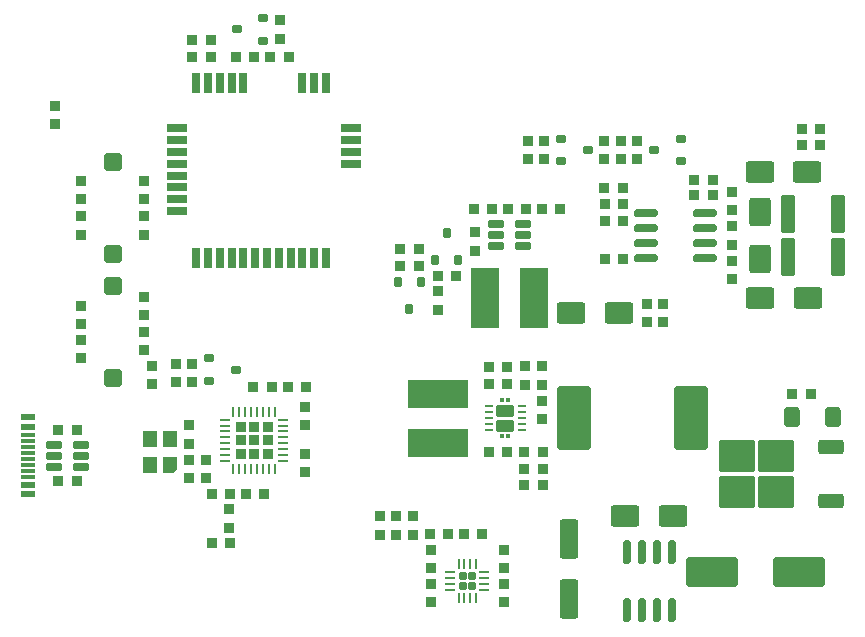
<source format=gtp>
G04 #@! TF.GenerationSoftware,KiCad,Pcbnew,8.0.2-8.0.2-0~ubuntu23.10.1*
G04 #@! TF.CreationDate,2024-05-23T15:40:16+07:00*
G04 #@! TF.ProjectId,Node_RS485,4e6f6465-5f52-4533-9438-352e6b696361,rev?*
G04 #@! TF.SameCoordinates,Original*
G04 #@! TF.FileFunction,Paste,Top*
G04 #@! TF.FilePolarity,Positive*
%FSLAX46Y46*%
G04 Gerber Fmt 4.6, Leading zero omitted, Abs format (unit mm)*
G04 Created by KiCad (PCBNEW 8.0.2-8.0.2-0~ubuntu23.10.1) date 2024-05-23 15:40:16*
%MOMM*%
%LPD*%
G01*
G04 APERTURE LIST*
G04 Aperture macros list*
%AMRoundRect*
0 Rectangle with rounded corners*
0 $1 Rounding radius*
0 $2 $3 $4 $5 $6 $7 $8 $9 X,Y pos of 4 corners*
0 Add a 4 corners polygon primitive as box body*
4,1,4,$2,$3,$4,$5,$6,$7,$8,$9,$2,$3,0*
0 Add four circle primitives for the rounded corners*
1,1,$1+$1,$2,$3*
1,1,$1+$1,$4,$5*
1,1,$1+$1,$6,$7*
1,1,$1+$1,$8,$9*
0 Add four rect primitives between the rounded corners*
20,1,$1+$1,$2,$3,$4,$5,0*
20,1,$1+$1,$4,$5,$6,$7,0*
20,1,$1+$1,$6,$7,$8,$9,0*
20,1,$1+$1,$8,$9,$2,$3,0*%
%AMFreePoly0*
4,1,18,-0.700000,0.540000,-0.695433,0.562961,-0.682426,0.582426,-0.662961,0.595433,-0.640000,0.600000,0.640000,0.600000,0.662961,0.595433,0.682426,0.582426,0.695433,0.562961,0.700000,0.540000,0.700000,-0.540000,0.695433,-0.562961,0.682426,-0.582426,0.662961,-0.595433,0.640000,-0.600000,-0.400000,-0.600000,-0.700000,-0.300000,-0.700000,0.540000,-0.700000,0.540000,$1*%
G04 Aperture macros list end*
%ADD10RoundRect,0.085000X-0.365000X0.340000X-0.365000X-0.340000X0.365000X-0.340000X0.365000X0.340000X0*%
%ADD11RoundRect,0.085000X0.365000X-0.340000X0.365000X0.340000X-0.365000X0.340000X-0.365000X-0.340000X0*%
%ADD12RoundRect,0.090000X0.360000X0.210000X-0.360000X0.210000X-0.360000X-0.210000X0.360000X-0.210000X0*%
%ADD13RoundRect,0.090000X-0.360000X-0.210000X0.360000X-0.210000X0.360000X0.210000X-0.360000X0.210000X0*%
%ADD14RoundRect,0.180000X-1.020000X-0.720000X1.020000X-0.720000X1.020000X0.720000X-1.020000X0.720000X0*%
%ADD15RoundRect,0.085000X0.340000X0.365000X-0.340000X0.365000X-0.340000X-0.365000X0.340000X-0.365000X0*%
%ADD16RoundRect,0.085000X-0.340000X-0.365000X0.340000X-0.365000X0.340000X0.365000X-0.340000X0.365000X0*%
%ADD17RoundRect,0.150000X-0.600000X0.600000X-0.600000X-0.600000X0.600000X-0.600000X0.600000X0.600000X0*%
%ADD18RoundRect,0.112000X-0.448000X-1.538000X0.448000X-1.538000X0.448000X1.538000X-0.448000X1.538000X0*%
%ADD19RoundRect,0.232500X0.232500X-0.232500X0.232500X0.232500X-0.232500X0.232500X-0.232500X-0.232500X0*%
%ADD20RoundRect,0.062500X0.062500X-0.375000X0.062500X0.375000X-0.062500X0.375000X-0.062500X-0.375000X0*%
%ADD21RoundRect,0.062500X0.375000X-0.062500X0.375000X0.062500X-0.375000X0.062500X-0.375000X-0.062500X0*%
%ADD22RoundRect,0.090000X-0.210000X0.885000X-0.210000X-0.885000X0.210000X-0.885000X0.210000X0.885000X0*%
%ADD23R,0.700000X1.800000*%
%ADD24R,1.800000X0.700000*%
%ADD25FreePoly0,90.000000*%
%ADD26RoundRect,0.060000X0.540000X-0.640000X0.540000X0.640000X-0.540000X0.640000X-0.540000X-0.640000X0*%
%ADD27RoundRect,0.180000X-0.720000X1.020000X-0.720000X-1.020000X0.720000X-1.020000X0.720000X1.020000X0*%
%ADD28RoundRect,0.090000X-0.210000X0.360000X-0.210000X-0.360000X0.210000X-0.360000X0.210000X0.360000X0*%
%ADD29RoundRect,0.250000X-0.550000X1.412500X-0.550000X-1.412500X0.550000X-1.412500X0.550000X1.412500X0*%
%ADD30RoundRect,0.172500X-0.172500X-0.172500X0.172500X-0.172500X0.172500X0.172500X-0.172500X0.172500X0*%
%ADD31RoundRect,0.062500X-0.375000X-0.062500X0.375000X-0.062500X0.375000X0.062500X-0.375000X0.062500X0*%
%ADD32RoundRect,0.062500X-0.062500X-0.375000X0.062500X-0.375000X0.062500X0.375000X-0.062500X0.375000X0*%
%ADD33RoundRect,0.250000X-1.950000X-1.000000X1.950000X-1.000000X1.950000X1.000000X-1.950000X1.000000X0*%
%ADD34RoundRect,0.290000X1.160000X2.410000X-1.160000X2.410000X-1.160000X-2.410000X1.160000X-2.410000X0*%
%ADD35RoundRect,0.180000X1.020000X0.720000X-1.020000X0.720000X-1.020000X-0.720000X1.020000X-0.720000X0*%
%ADD36RoundRect,0.090000X-0.885000X-0.210000X0.885000X-0.210000X0.885000X0.210000X-0.885000X0.210000X0*%
%ADD37R,2.350000X5.100000*%
%ADD38RoundRect,0.090000X0.560000X0.210000X-0.560000X0.210000X-0.560000X-0.210000X0.560000X-0.210000X0*%
%ADD39RoundRect,0.025000X-0.100000X-0.145000X0.100000X-0.145000X0.100000X0.145000X-0.100000X0.145000X0*%
%ADD40RoundRect,0.106000X-0.644000X-0.424000X0.644000X-0.424000X0.644000X0.424000X-0.644000X0.424000X0*%
%ADD41RoundRect,0.060000X-0.240000X-0.060000X0.240000X-0.060000X0.240000X0.060000X-0.240000X0.060000X0*%
%ADD42RoundRect,0.090000X0.210000X-0.360000X0.210000X0.360000X-0.210000X0.360000X-0.210000X-0.360000X0*%
%ADD43RoundRect,0.090000X-0.560000X-0.210000X0.560000X-0.210000X0.560000X0.210000X-0.560000X0.210000X0*%
%ADD44RoundRect,0.250000X0.400000X0.600000X-0.400000X0.600000X-0.400000X-0.600000X0.400000X-0.600000X0*%
%ADD45R,1.300000X0.600000*%
%ADD46R,1.300000X0.300000*%
%ADD47R,5.100000X2.350000*%
%ADD48RoundRect,0.250000X0.850000X0.350000X-0.850000X0.350000X-0.850000X-0.350000X0.850000X-0.350000X0*%
%ADD49RoundRect,0.250000X1.275000X1.125000X-1.275000X1.125000X-1.275000X-1.125000X1.275000X-1.125000X0*%
G04 APERTURE END LIST*
D10*
X164200000Y-83225000D03*
X164200000Y-84775000D03*
X167000000Y-83225000D03*
X167000000Y-84775000D03*
X159100000Y-83225000D03*
X159100000Y-84775000D03*
D11*
X157700000Y-84775000D03*
X157700000Y-83225000D03*
D12*
X170687500Y-84950000D03*
X170687500Y-83050000D03*
X168412500Y-84000000D03*
D13*
X160512500Y-83050000D03*
X160512500Y-84950000D03*
X162787500Y-84000000D03*
D10*
X165600000Y-83225000D03*
X165600000Y-84775000D03*
D11*
X119900000Y-88175000D03*
X119900000Y-86625000D03*
D10*
X130475000Y-110225000D03*
X130475000Y-111775000D03*
D14*
X177387345Y-96550000D03*
X181400000Y-96550000D03*
D15*
X154675000Y-89000000D03*
X153125000Y-89000000D03*
X155975000Y-109600000D03*
X154425000Y-109600000D03*
D16*
X171825000Y-86550000D03*
X173375000Y-86550000D03*
D17*
X122600000Y-95500001D03*
X122600000Y-103299999D03*
D18*
X179712500Y-89400000D03*
X183987500Y-89400000D03*
D11*
X149487500Y-119412500D03*
X149487500Y-117862500D03*
D15*
X155975000Y-102400000D03*
X154425000Y-102400000D03*
D16*
X133025000Y-76100000D03*
X134575000Y-76100000D03*
D15*
X181675000Y-104620000D03*
X180125000Y-104620000D03*
D19*
X133394150Y-109732322D03*
X134544150Y-109732322D03*
X135694150Y-109732322D03*
X133394150Y-108582322D03*
X134544150Y-108582322D03*
X135694150Y-108582322D03*
X133394150Y-107432322D03*
X134544150Y-107432322D03*
X135694150Y-107432322D03*
D20*
X132794150Y-111019822D03*
X133294150Y-111019822D03*
X133794150Y-111019822D03*
X134294150Y-111019822D03*
X134794150Y-111019822D03*
X135294150Y-111019822D03*
X135794150Y-111019822D03*
X136294150Y-111019822D03*
D21*
X136981650Y-110332322D03*
X136981650Y-109832322D03*
X136981650Y-109332322D03*
X136981650Y-108832322D03*
X136981650Y-108332322D03*
X136981650Y-107832322D03*
X136981650Y-107332322D03*
X136981650Y-106832322D03*
D20*
X136294150Y-106144822D03*
X135794150Y-106144822D03*
X135294150Y-106144822D03*
X134794150Y-106144822D03*
X134294150Y-106144822D03*
X133794150Y-106144822D03*
X133294150Y-106144822D03*
X132794150Y-106144822D03*
D21*
X132106650Y-106832322D03*
X132106650Y-107332322D03*
X132106650Y-107832322D03*
X132106650Y-108332322D03*
X132106650Y-108832322D03*
X132106650Y-109332322D03*
X132106650Y-109832322D03*
X132106650Y-110332322D03*
D22*
X169955000Y-118025000D03*
X168685000Y-118025000D03*
X167415000Y-118025000D03*
X166145000Y-118025000D03*
X166145000Y-122975000D03*
X167415000Y-122975000D03*
X168685000Y-122975000D03*
X169955000Y-122975000D03*
D10*
X169200000Y-97025000D03*
X169200000Y-98575000D03*
D11*
X125200000Y-91175000D03*
X125200000Y-89625000D03*
D16*
X146925000Y-92400000D03*
X148475000Y-92400000D03*
D23*
X129640000Y-93125000D03*
X130640000Y-93125000D03*
X131640000Y-93125000D03*
X132640000Y-93125000D03*
X133640000Y-93125000D03*
X134640000Y-93125000D03*
X135640000Y-93125000D03*
X136640000Y-93125000D03*
X137640000Y-93125000D03*
X138640000Y-93125000D03*
X139640000Y-93125000D03*
X140640000Y-93125000D03*
D24*
X142775000Y-85170000D03*
X142775000Y-84170000D03*
X142775000Y-83170000D03*
X142775000Y-82170000D03*
D23*
X140640000Y-78325000D03*
X139640000Y-78325000D03*
X138640000Y-78325000D03*
X133640000Y-78325000D03*
X132640000Y-78325000D03*
X131640000Y-78325000D03*
X130640000Y-78325000D03*
X129640000Y-78325000D03*
D24*
X127975000Y-82170000D03*
X127975000Y-83170000D03*
X127975000Y-84170000D03*
X127975000Y-85170000D03*
X127975000Y-86170000D03*
X127975000Y-87170000D03*
X127975000Y-88170000D03*
X127975000Y-89170000D03*
D25*
X127425000Y-110650000D03*
D26*
X127425000Y-108450000D03*
X125725000Y-108450000D03*
X125725000Y-110650000D03*
D11*
X149487500Y-122312500D03*
X149487500Y-120762500D03*
X136700000Y-74575000D03*
X136700000Y-73025000D03*
D15*
X160475000Y-89000000D03*
X158925000Y-89000000D03*
D16*
X117975000Y-107750000D03*
X119525000Y-107750000D03*
X164225000Y-90000000D03*
X165775000Y-90000000D03*
D15*
X148475000Y-93800000D03*
X146925000Y-93800000D03*
D10*
X138850000Y-105725000D03*
X138850000Y-107275000D03*
D27*
X177350000Y-89237345D03*
X177350000Y-93250000D03*
D15*
X150962500Y-116537500D03*
X149412500Y-116537500D03*
D16*
X164200000Y-87200000D03*
X165750000Y-87200000D03*
D12*
X135337500Y-74750000D03*
X135337500Y-72850000D03*
X133062500Y-73800000D03*
D10*
X146600000Y-115025000D03*
X146600000Y-116575000D03*
D11*
X125200000Y-88175000D03*
X125200000Y-86625000D03*
X153250000Y-92525000D03*
X153250000Y-90975000D03*
D28*
X148650000Y-95162500D03*
X146750000Y-95162500D03*
X147700000Y-97437500D03*
D15*
X132500000Y-113100000D03*
X130950000Y-113100000D03*
D11*
X129025000Y-111775000D03*
X129025000Y-110225000D03*
D29*
X161200000Y-116912500D03*
X161200000Y-121987500D03*
D30*
X152200000Y-120087500D03*
X152200000Y-120887500D03*
X153000000Y-120087500D03*
X153000000Y-120887500D03*
D31*
X151162500Y-119737500D03*
X151162500Y-120237500D03*
X151162500Y-120737500D03*
X151162500Y-121237500D03*
D32*
X151850000Y-121925000D03*
X152350000Y-121925000D03*
X152850000Y-121925000D03*
X153350000Y-121925000D03*
D31*
X154037500Y-121237500D03*
X154037500Y-120737500D03*
X154037500Y-120237500D03*
X154037500Y-119737500D03*
D32*
X153350000Y-119050000D03*
X152850000Y-119050000D03*
X152350000Y-119050000D03*
X151850000Y-119050000D03*
D16*
X137375000Y-104100000D03*
X138925000Y-104100000D03*
D10*
X158900000Y-105225000D03*
X158900000Y-106775000D03*
X125900000Y-102275000D03*
X125900000Y-103825000D03*
D33*
X173300000Y-119700000D03*
X180700000Y-119700000D03*
D34*
X171550000Y-106700000D03*
X161650000Y-106700000D03*
D17*
X122600000Y-85000001D03*
X122600000Y-92799999D03*
D18*
X179712500Y-93100000D03*
X183987500Y-93100000D03*
D10*
X129025000Y-107325000D03*
X129025000Y-108875000D03*
D11*
X155687500Y-119412500D03*
X155687500Y-117862500D03*
D16*
X164225000Y-93250000D03*
X165775000Y-93250000D03*
D35*
X165450000Y-97800000D03*
X161400000Y-97800000D03*
D15*
X132500000Y-117300000D03*
X130950000Y-117300000D03*
D36*
X167750000Y-89360000D03*
X167750000Y-90630000D03*
X167750000Y-91900000D03*
X167750000Y-93170000D03*
X172700000Y-93170000D03*
X172700000Y-91900000D03*
X172700000Y-90630000D03*
X172700000Y-89360000D03*
D11*
X117650000Y-81825000D03*
X117650000Y-80275000D03*
X127900000Y-103675000D03*
X127900000Y-102125000D03*
D37*
X154075000Y-96550000D03*
X158225000Y-96550000D03*
D38*
X157287500Y-92150000D03*
X157287500Y-91200000D03*
X157287500Y-90250000D03*
X155012500Y-90250000D03*
X155012500Y-91200000D03*
X155012500Y-92150000D03*
D11*
X119900000Y-101625000D03*
X119900000Y-100075000D03*
X125200000Y-97975000D03*
X125200000Y-96425000D03*
D15*
X136025000Y-104100000D03*
X134475000Y-104100000D03*
D16*
X117975000Y-112050000D03*
X119525000Y-112050000D03*
D15*
X151625000Y-94650000D03*
X150075000Y-94650000D03*
D11*
X157500000Y-103875000D03*
X157500000Y-102325000D03*
D15*
X137475000Y-76100000D03*
X135925000Y-76100000D03*
D11*
X119900000Y-98725000D03*
X119900000Y-97175000D03*
D10*
X138850000Y-109725000D03*
X138850000Y-111275000D03*
D16*
X129325000Y-74700000D03*
X130875000Y-74700000D03*
D39*
X155575000Y-105170000D03*
X155575000Y-108230000D03*
D40*
X155825000Y-106070000D03*
X155825000Y-107330000D03*
D39*
X156075000Y-105170000D03*
X156075000Y-108230000D03*
D41*
X154425000Y-105700000D03*
X154425000Y-106200000D03*
X154425000Y-106700000D03*
X154425000Y-107200000D03*
X154425000Y-107700000D03*
X157225000Y-107700000D03*
X157225000Y-107200000D03*
X157225000Y-106700000D03*
X157225000Y-106200000D03*
X157225000Y-105700000D03*
D13*
X130712500Y-101650000D03*
X130712500Y-103550000D03*
X132987501Y-102600000D03*
D11*
X145200000Y-116575000D03*
X145200000Y-115025000D03*
D42*
X149900000Y-93287500D03*
X151800000Y-93287500D03*
X150850000Y-91012500D03*
D43*
X117612500Y-108950000D03*
X117612500Y-109900000D03*
X117612500Y-110850000D03*
X119887500Y-110850000D03*
X119887500Y-109900000D03*
X119887500Y-108950000D03*
D15*
X182475000Y-83600000D03*
X180925000Y-83600000D03*
D10*
X167850000Y-97025000D03*
X167850000Y-98575000D03*
D16*
X129325000Y-76100000D03*
X130875000Y-76100000D03*
D11*
X119900000Y-91175000D03*
X119900000Y-89625000D03*
X132425000Y-115975000D03*
X132425000Y-114425000D03*
D35*
X181362655Y-85900000D03*
X177350000Y-85900000D03*
D11*
X148000000Y-116575000D03*
X148000000Y-115025000D03*
D15*
X182475000Y-82200000D03*
X180925000Y-82200000D03*
D11*
X155687500Y-122312500D03*
X155687500Y-120762500D03*
D16*
X152312500Y-116537500D03*
X153862500Y-116537500D03*
D44*
X183590000Y-106570000D03*
X180090000Y-106570000D03*
D11*
X129300000Y-103675000D03*
X129300000Y-102125000D03*
D15*
X155975000Y-103800000D03*
X154425000Y-103800000D03*
D45*
X115425000Y-106650000D03*
X115425000Y-107450000D03*
D46*
X115425000Y-108650000D03*
X115425000Y-109650000D03*
X115425000Y-110150000D03*
X115425000Y-111150000D03*
D45*
X115425000Y-112350000D03*
X115425000Y-113150000D03*
X115425000Y-113150000D03*
X115425000Y-112350000D03*
D46*
X115425000Y-111650000D03*
X115425000Y-110650000D03*
X115425000Y-109150000D03*
X115425000Y-108150000D03*
D45*
X115425000Y-107450000D03*
X115425000Y-106650000D03*
D15*
X157575000Y-89000000D03*
X156025000Y-89000000D03*
D35*
X170000000Y-115000000D03*
X165950000Y-115000000D03*
D10*
X175000000Y-90475000D03*
X175000000Y-92025000D03*
D16*
X157425000Y-109600000D03*
X158975000Y-109600000D03*
X171825000Y-87850000D03*
X173375000Y-87850000D03*
D15*
X158975000Y-111000000D03*
X157425000Y-111000000D03*
X158975000Y-112400000D03*
X157425000Y-112400000D03*
D16*
X133850000Y-113100000D03*
X135400000Y-113100000D03*
D10*
X175000000Y-93375000D03*
X175000000Y-94925000D03*
D47*
X150100000Y-104625000D03*
X150100000Y-108775000D03*
D16*
X164225000Y-88600000D03*
X165775000Y-88600000D03*
D48*
X183390000Y-113730000D03*
D49*
X178765000Y-112975000D03*
X178765000Y-109925000D03*
X175415000Y-112975000D03*
X175415000Y-109925000D03*
D48*
X183390000Y-109170000D03*
D10*
X158900000Y-102325000D03*
X158900000Y-103875000D03*
D11*
X150100000Y-97525000D03*
X150100000Y-95975000D03*
D10*
X175000000Y-87575000D03*
X175000000Y-89125000D03*
D11*
X125200000Y-100975000D03*
X125200000Y-99425000D03*
M02*

</source>
